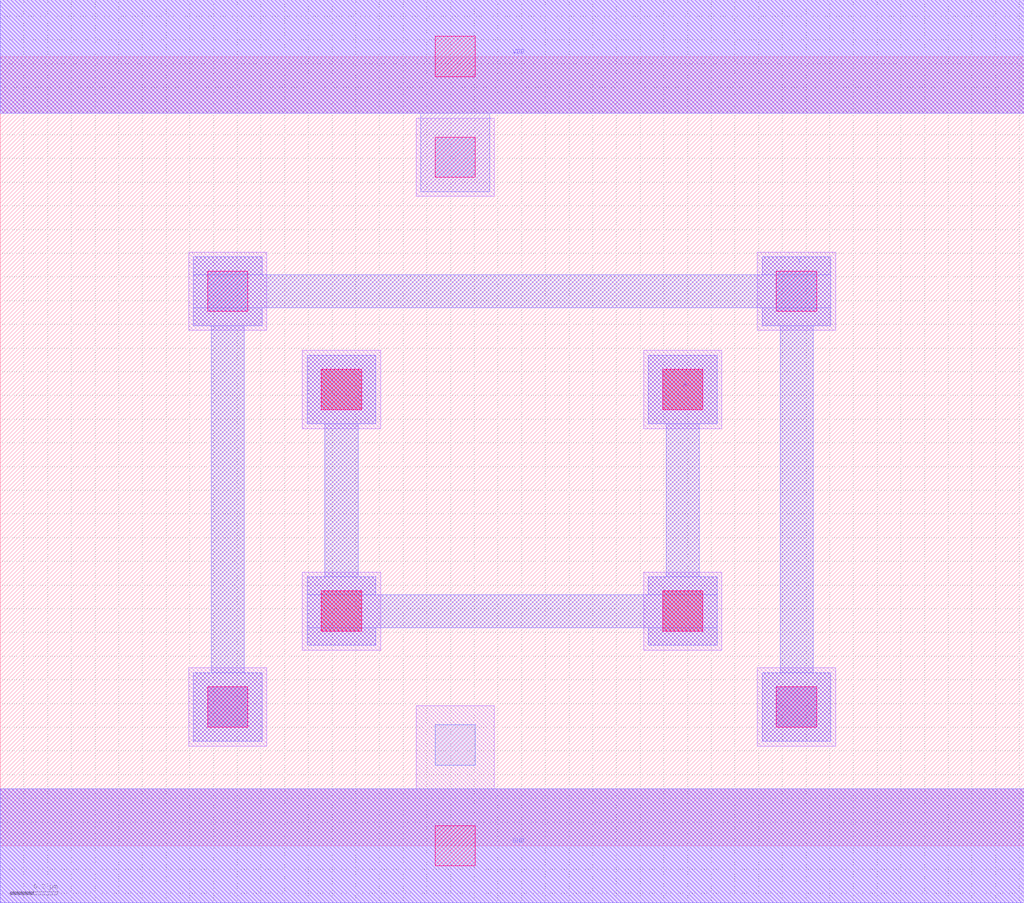
<source format=lef>
MACRO INVX4
 CLASS CORE ;
 FOREIGN INVX4 0 0 ;
 SIZE 4.32 BY 3.33 ;
 ORIGIN 0 0 ;
 SYMMETRY X Y R90 ;
 SITE unit ;
  PIN VDD
   DIRECTION INOUT ;
   USE POWER ;
   SHAPE ABUTMENT ;
    PORT
     CLASS CORE ;
       LAYER li1 ;
        RECT 0.00000000 3.09000000 4.32000000 3.57000000 ;
       LAYER met1 ;
        RECT 0.00000000 3.09000000 4.32000000 3.57000000 ;
    END
  END VDD

  PIN GND
   DIRECTION INOUT ;
   USE POWER ;
   SHAPE ABUTMENT ;
    PORT
     CLASS CORE ;
       LAYER li1 ;
        RECT 0.00000000 -0.24000000 4.32000000 0.24000000 ;
       LAYER met1 ;
        RECT 0.00000000 -0.24000000 4.32000000 0.24000000 ;
    END
  END GND

  PIN Y
   DIRECTION INOUT ;
   USE SIGNAL ;
   SHAPE ABUTMENT ;
    PORT
     CLASS CORE ;
       LAYER met1 ;
        RECT 0.81500000 0.44000000 1.10500000 0.73000000 ;
        RECT 3.21500000 0.44000000 3.50500000 0.73000000 ;
        RECT 0.89000000 0.73000000 1.03000000 2.19500000 ;
        RECT 3.29000000 0.73000000 3.43000000 2.19500000 ;
        RECT 0.81500000 2.19500000 1.10500000 2.27000000 ;
        RECT 3.21500000 2.19500000 3.50500000 2.27000000 ;
        RECT 0.81500000 2.27000000 3.50500000 2.41000000 ;
        RECT 0.81500000 2.41000000 1.10500000 2.48500000 ;
        RECT 3.21500000 2.41000000 3.50500000 2.48500000 ;
    END
  END Y

  PIN A
   DIRECTION INOUT ;
   USE SIGNAL ;
   SHAPE ABUTMENT ;
    PORT
     CLASS CORE ;
       LAYER met1 ;
        RECT 1.29500000 0.84500000 1.58500000 0.92000000 ;
        RECT 2.73500000 0.84500000 3.02500000 0.92000000 ;
        RECT 1.29500000 0.92000000 3.02500000 1.06000000 ;
        RECT 1.29500000 1.06000000 1.58500000 1.13500000 ;
        RECT 2.73500000 1.06000000 3.02500000 1.13500000 ;
        RECT 1.37000000 1.13500000 1.51000000 1.78000000 ;
        RECT 2.81000000 1.13500000 2.95000000 1.78000000 ;
        RECT 1.29500000 1.78000000 1.58500000 2.07000000 ;
        RECT 2.73500000 1.78000000 3.02500000 2.07000000 ;
    END
  END A

 OBS
    LAYER polycont ;
     RECT 1.35500000 0.90500000 1.52500000 1.07500000 ;
     RECT 2.79500000 0.90500000 2.96500000 1.07500000 ;
     RECT 1.35500000 1.84000000 1.52500000 2.01000000 ;
     RECT 2.79500000 1.84000000 2.96500000 2.01000000 ;

    LAYER pdiffc ;
     RECT 0.87500000 2.25500000 1.04500000 2.42500000 ;
     RECT 3.27500000 2.25500000 3.44500000 2.42500000 ;
     RECT 1.83500000 2.82000000 2.00500000 2.99000000 ;

    LAYER ndiffc ;
     RECT 1.83500000 0.34000000 2.00500000 0.51000000 ;
     RECT 0.87500000 0.50000000 1.04500000 0.67000000 ;
     RECT 3.27500000 0.50000000 3.44500000 0.67000000 ;

    LAYER li1 ;
     RECT 0.00000000 -0.24000000 4.32000000 0.24000000 ;
     RECT 1.75500000 0.24000000 2.08500000 0.59000000 ;
     RECT 0.79500000 0.42000000 1.12500000 0.75000000 ;
     RECT 3.19500000 0.42000000 3.52500000 0.75000000 ;
     RECT 1.27500000 0.82500000 1.60500000 1.15500000 ;
     RECT 2.71500000 0.82500000 3.04500000 1.15500000 ;
     RECT 1.27500000 1.76000000 1.60500000 2.09000000 ;
     RECT 2.71500000 1.76000000 3.04500000 2.09000000 ;
     RECT 0.79500000 2.17500000 1.12500000 2.50500000 ;
     RECT 3.19500000 2.17500000 3.52500000 2.50500000 ;
     RECT 1.75500000 2.74000000 2.08500000 3.07000000 ;
     RECT 0.00000000 3.09000000 4.32000000 3.57000000 ;

    LAYER viali ;
     RECT 1.83500000 -0.08500000 2.00500000 0.08500000 ;
     RECT 0.87500000 0.50000000 1.04500000 0.67000000 ;
     RECT 3.27500000 0.50000000 3.44500000 0.67000000 ;
     RECT 1.35500000 0.90500000 1.52500000 1.07500000 ;
     RECT 2.79500000 0.90500000 2.96500000 1.07500000 ;
     RECT 1.35500000 1.84000000 1.52500000 2.01000000 ;
     RECT 2.79500000 1.84000000 2.96500000 2.01000000 ;
     RECT 0.87500000 2.25500000 1.04500000 2.42500000 ;
     RECT 3.27500000 2.25500000 3.44500000 2.42500000 ;
     RECT 1.83500000 2.82000000 2.00500000 2.99000000 ;
     RECT 1.83500000 3.24500000 2.00500000 3.41500000 ;

    LAYER met1 ;
     RECT 0.00000000 -0.24000000 4.32000000 0.24000000 ;
     RECT 1.29500000 0.84500000 1.58500000 0.92000000 ;
     RECT 2.73500000 0.84500000 3.02500000 0.92000000 ;
     RECT 1.29500000 0.92000000 3.02500000 1.06000000 ;
     RECT 1.29500000 1.06000000 1.58500000 1.13500000 ;
     RECT 2.73500000 1.06000000 3.02500000 1.13500000 ;
     RECT 1.37000000 1.13500000 1.51000000 1.78000000 ;
     RECT 2.81000000 1.13500000 2.95000000 1.78000000 ;
     RECT 1.29500000 1.78000000 1.58500000 2.07000000 ;
     RECT 2.73500000 1.78000000 3.02500000 2.07000000 ;
     RECT 0.81500000 0.44000000 1.10500000 0.73000000 ;
     RECT 3.21500000 0.44000000 3.50500000 0.73000000 ;
     RECT 0.89000000 0.73000000 1.03000000 2.19500000 ;
     RECT 3.29000000 0.73000000 3.43000000 2.19500000 ;
     RECT 0.81500000 2.19500000 1.10500000 2.27000000 ;
     RECT 3.21500000 2.19500000 3.50500000 2.27000000 ;
     RECT 0.81500000 2.27000000 3.50500000 2.41000000 ;
     RECT 0.81500000 2.41000000 1.10500000 2.48500000 ;
     RECT 3.21500000 2.41000000 3.50500000 2.48500000 ;
     RECT 1.77500000 2.76000000 2.06500000 3.09000000 ;
     RECT 0.00000000 3.09000000 4.32000000 3.57000000 ;

 END
END INVX4

</source>
